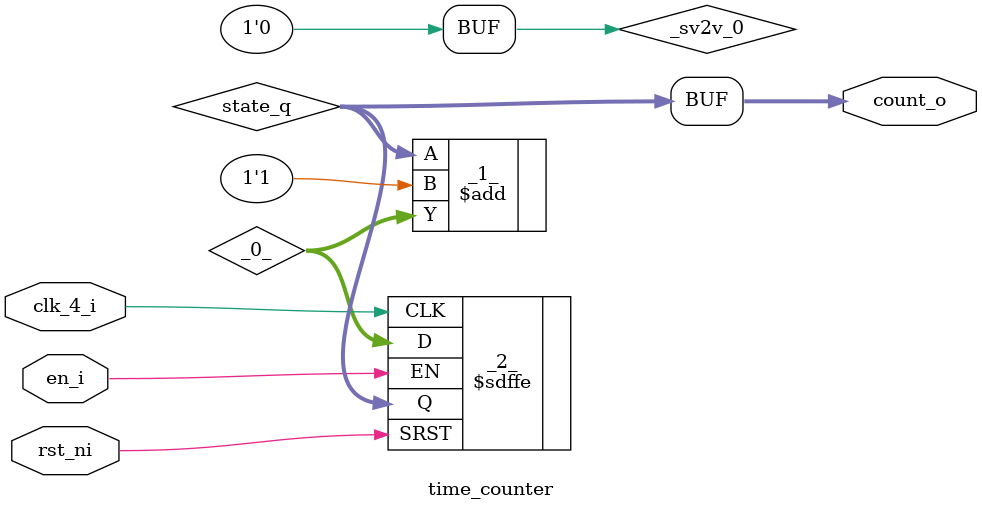
<source format=v>
/* Generated by Yosys 0.42+30 (git sha1 6c8ae44ae, clang++ 14.0.0-1ubuntu1.1 -fPIC -Os) */

module basys3_7seg_driver(clk_1k_i, rst_ni, digit0_en_i, digit0_i, digit1_en_i, digit1_i, digit2_en_i, digit2_i, digit3_en_i, digit3_i, anode_o, segments_o);
  wire _00_;
  wire _01_;
  wire _02_;
  wire _03_;
  wire _04_;
  wire _05_;
  wire _06_;
  wire _07_;
  wire _08_;
  wire A;
  wire B;
  wire C;
  wire D;
  wire E;
  wire F;
  wire G;
  wire _sv2v_0;
  output [3:0] anode_o;
  wire [3:0] anode_o;
  input clk_1k_i;
  wire clk_1k_i;
  wire [3:0] digit;
  input digit0_en_i;
  wire digit0_en_i;
  input [3:0] digit0_i;
  wire [3:0] digit0_i;
  input digit1_en_i;
  wire digit1_en_i;
  input [3:0] digit1_i;
  wire [3:0] digit1_i;
  input digit2_en_i;
  wire digit2_en_i;
  input [3:0] digit2_i;
  wire [3:0] digit2_i;
  input digit3_en_i;
  wire digit3_en_i;
  input [3:0] digit3_i;
  wire [3:0] digit3_i;
  input rst_ni;
  wire rst_ni;
  output [6:0] segments_o;
  wire [6:0] segments_o;
  wire [1:0] state_d;
  wire [1:0] state_q;
  \$add  #(
    .A_SIGNED(32'd0),
    .A_WIDTH(32'd2),
    .B_SIGNED(32'd0),
    .B_WIDTH(32'd1),
    .Y_WIDTH(32'd2)
  ) _09_ (
    .A(state_q),
    .B(1'h1),
    .Y(state_d)
  );
  \$sdff  #(
    .CLK_POLARITY(32'd1),
    .SRST_POLARITY(32'd0),
    .SRST_VALUE(2'h0),
    .WIDTH(32'd2)
  ) _10_ (
    .CLK(clk_1k_i),
    .D(state_d),
    .Q(state_q),
    .SRST(rst_ni)
  );
  \$reduce_or  #(
    .A_SIGNED(32'd0),
    .A_WIDTH(32'd3),
    .Y_WIDTH(32'd1)
  ) _11_ (
    .A({ _08_, _06_, _05_ }),
    .Y(_00_)
  );
  \$reduce_or  #(
    .A_SIGNED(32'd0),
    .A_WIDTH(32'd3),
    .Y_WIDTH(32'd1)
  ) _12_ (
    .A({ _07_, _06_, _05_ }),
    .Y(_01_)
  );
  \$reduce_or  #(
    .A_SIGNED(32'd0),
    .A_WIDTH(32'd3),
    .Y_WIDTH(32'd1)
  ) _13_ (
    .A({ _08_, _07_, _06_ }),
    .Y(_02_)
  );
  \$reduce_or  #(
    .A_SIGNED(32'd0),
    .A_WIDTH(32'd3),
    .Y_WIDTH(32'd1)
  ) _14_ (
    .A({ _08_, _07_, _05_ }),
    .Y(_03_)
  );
  \$eq  #(
    .A_SIGNED(32'd0),
    .A_WIDTH(32'd4),
    .B_SIGNED(32'd0),
    .B_WIDTH(32'd4),
    .Y_WIDTH(32'd1)
  ) _15_ (
    .A(anode_o),
    .B(4'hf),
    .Y(_04_)
  );
  \$mux  #(
    .WIDTH(32'd7)
  ) _16_ (
    .A({ A, B, C, D, E, F, G }),
    .B(7'h7f),
    .S(_04_),
    .Y(segments_o)
  );
  \$pmux  #(
    .S_WIDTH(32'd2),
    .WIDTH(32'd1)
  ) _17_ (
    .A(1'hx),
    .B({ digit2_en_i, 1'h1 }),
    .S({ _06_, _03_ }),
    .Y(anode_o[2])
  );
  \$eq  #(
    .A_SIGNED(32'd0),
    .A_WIDTH(32'd2),
    .B_SIGNED(32'd0),
    .B_WIDTH(32'd2),
    .Y_WIDTH(32'd1)
  ) _18_ (
    .A(state_q),
    .B(2'h3),
    .Y(_05_)
  );
  \$eq  #(
    .A_SIGNED(32'd0),
    .A_WIDTH(32'd2),
    .B_SIGNED(32'd0),
    .B_WIDTH(32'd2),
    .Y_WIDTH(32'd1)
  ) _19_ (
    .A(state_q),
    .B(2'h2),
    .Y(_06_)
  );
  \$eq  #(
    .A_SIGNED(32'd0),
    .A_WIDTH(32'd2),
    .B_SIGNED(32'd0),
    .B_WIDTH(32'd1),
    .Y_WIDTH(32'd1)
  ) _20_ (
    .A(state_q),
    .B(1'h1),
    .Y(_07_)
  );
  \$logic_not  #(
    .A_SIGNED(32'd0),
    .A_WIDTH(32'd2),
    .Y_WIDTH(32'd1)
  ) _21_ (
    .A(state_q),
    .Y(_08_)
  );
  \$pmux  #(
    .S_WIDTH(32'd2),
    .WIDTH(32'd1)
  ) _22_ (
    .A(1'hx),
    .B({ digit1_en_i, 1'h1 }),
    .S({ _07_, _00_ }),
    .Y(anode_o[1])
  );
  \$pmux  #(
    .S_WIDTH(32'd2),
    .WIDTH(32'd1)
  ) _23_ (
    .A(1'hx),
    .B({ 1'h1, digit3_en_i }),
    .S({ _02_, _05_ }),
    .Y(anode_o[3])
  );
  \$pmux  #(
    .S_WIDTH(32'd4),
    .WIDTH(32'd4)
  ) _24_ (
    .A(4'hx),
    .B({ digit0_i, digit1_i, digit2_i, digit3_i }),
    .S({ _08_, _07_, _06_, _05_ }),
    .Y(digit)
  );
  \$pmux  #(
    .S_WIDTH(32'd2),
    .WIDTH(32'd1)
  ) _25_ (
    .A(1'hx),
    .B({ digit0_en_i, 1'h1 }),
    .S({ _08_, _01_ }),
    .Y(anode_o[0])
  );
  hex7seg hex7seg (
    .A(A),
    .B(B),
    .C(C),
    .D(D),
    .E(E),
    .F(F),
    .G(G),
    .d0(digit[0]),
    .d1(digit[1]),
    .d2(digit[2]),
    .d3(digit[3])
  );
  assign _sv2v_0 = 1'h0;
endmodule

module clk_100M_to_clk_1k(clk_100M_i, clk_1k_o);
  wire [17:0] _0_;
  wire _1_;
  input clk_100M_i;
  wire clk_100M_i;
  output clk_1k_o;
  wire clk_1k_o;
  wire clk_d;
  wire clk_q;
  wire [17:0] counter_q;
  \$add  #(
    .A_SIGNED(32'd0),
    .A_WIDTH(32'd18),
    .B_SIGNED(32'd0),
    .B_WIDTH(32'd1),
    .Y_WIDTH(32'd18)
  ) _2_ (
    .A(counter_q),
    .B(1'h1),
    .Y(_0_)
  );
  \$sdff  #(
    .CLK_POLARITY(32'd1),
    .SRST_POLARITY(32'd1),
    .SRST_VALUE(18'h00000),
    .WIDTH(32'd18)
  ) _3_ (
    .CLK(clk_100M_i),
    .D(_0_),
    .Q(counter_q),
    .SRST(_1_)
  );
  \$eq  #(
    .A_SIGNED(32'd0),
    .A_WIDTH(32'd18),
    .B_SIGNED(32'd0),
    .B_WIDTH(32'd17),
    .Y_WIDTH(32'd1)
  ) _4_ (
    .A(counter_q),
    .B(17'h1869f),
    .Y(_1_)
  );
  \$gt  #(
    .A_SIGNED(32'd0),
    .A_WIDTH(32'd18),
    .B_SIGNED(32'd0),
    .B_WIDTH(32'd16),
    .Y_WIDTH(32'd1)
  ) _5_ (
    .A(counter_q),
    .B(16'hc350),
    .Y(clk_d)
  );
  \$dff  #(
    .CLK_POLARITY(1'h1),
    .WIDTH(32'd1)
  ) clk_q_reg /* _6_ */ (
    .CLK(clk_100M_i),
    .D(clk_d),
    .Q(clk_q)
  );
  assign clk_1k_o = clk_q;
endmodule

module clk_100M_to_clk_4(clk_100M_i, clk_4_o);
  wire [25:0] _0_;
  wire _1_;
  input clk_100M_i;
  wire clk_100M_i;
  output clk_4_o;
  wire clk_4_o;
  wire clk_d;
  wire clk_q;
  wire [25:0] counter_q;
  \$add  #(
    .A_SIGNED(32'd0),
    .A_WIDTH(32'd26),
    .B_SIGNED(32'd0),
    .B_WIDTH(32'd1),
    .Y_WIDTH(32'd26)
  ) _2_ (
    .A(counter_q),
    .B(1'h1),
    .Y(_0_)
  );
  \$sdff  #(
    .CLK_POLARITY(32'd1),
    .SRST_POLARITY(32'd1),
    .SRST_VALUE(26'h0000000),
    .WIDTH(32'd26)
  ) _3_ (
    .CLK(clk_100M_i),
    .D(_0_),
    .Q(counter_q),
    .SRST(_1_)
  );
  \$eq  #(
    .A_SIGNED(32'd0),
    .A_WIDTH(32'd26),
    .B_SIGNED(32'd0),
    .B_WIDTH(32'd25),
    .Y_WIDTH(32'd1)
  ) _4_ (
    .A(counter_q),
    .B(25'h17d783f),
    .Y(_1_)
  );
  \$gt  #(
    .A_SIGNED(32'd0),
    .A_WIDTH(32'd26),
    .B_SIGNED(32'd0),
    .B_WIDTH(32'd24),
    .Y_WIDTH(32'd1)
  ) _5_ (
    .A(counter_q),
    .B(24'hbebc20),
    .Y(clk_d)
  );
  \$dff  #(
    .CLK_POLARITY(1'h1),
    .WIDTH(32'd1)
  ) clk_q_reg /* _6_ */ (
    .CLK(clk_100M_i),
    .D(clk_d),
    .Q(clk_q)
  );
  assign clk_4_o = clk_q;
endmodule

module game_counter(clk_4_i, rst_ni, en_i, count_o);
  wire [31:0] _0_;
  wire _sv2v_0;
  input clk_4_i;
  wire clk_4_i;
  output [4:0] count_o;
  wire [4:0] count_o;
  input en_i;
  wire en_i;
  input rst_ni;
  wire rst_ni;
  wire [4:0] state_q;
  \$sdffe  #(
    .CLK_POLARITY(32'd1),
    .EN_POLARITY(32'd1),
    .SRST_POLARITY(32'd0),
    .SRST_VALUE(5'h1f),
    .WIDTH(32'd5)
  ) _1_ (
    .CLK(clk_4_i),
    .D(_0_[4:0]),
    .EN(en_i),
    .Q(state_q),
    .SRST(rst_ni)
  );
  \$sub  #(
    .A_SIGNED(32'd0),
    .A_WIDTH(32'd5),
    .B_SIGNED(32'd0),
    .B_WIDTH(32'd1),
    .Y_WIDTH(32'd5)
  ) _2_ (
    .A(state_q),
    .B(1'h1),
    .Y(_0_[4:0])
  );
  assign _sv2v_0 = 1'h0;
  assign count_o = state_q;
endmodule

module hex7seg(d3, d2, d1, d0, A, B, C, D, E, F, G);
  output A;
  wire A;
  output B;
  wire B;
  output C;
  wire C;
  output D;
  wire D;
  output E;
  wire E;
  output F;
  wire F;
  output G;
  wire G;
  wire _sv2v_0;
  input d0;
  wire d0;
  input d1;
  wire d1;
  input d2;
  wire d2;
  input d3;
  wire d3;
  wire [3:0] digits;
  reg [6:0] _0_ [15:0];
  initial begin
    _0_[0] = 7'h40;
    _0_[1] = 7'h79;
    _0_[2] = 7'h24;
    _0_[3] = 7'h30;
    _0_[4] = 7'h19;
    _0_[5] = 7'h12;
    _0_[6] = 7'h02;
    _0_[7] = 7'h78;
    _0_[8] = 7'h00;
    _0_[9] = 7'h10;
    _0_[10] = 7'h08;
    _0_[11] = 7'h03;
    _0_[12] = 7'h46;
    _0_[13] = 7'h21;
    _0_[14] = 7'h06;
    _0_[15] = 7'h0e;
  end
  assign { A, B, C, D, E, F, G } = _0_[{ d3, d2, d1, d0 }];
  assign _sv2v_0 = 1'h0;
  assign digits = { d3, d2, d1, d0 };
endmodule

module led_shifter(clk_i, rst_ni, shift_i, switches_i, load_i, off_i, leds_o);
  wire _0_;
  wire _1_;
  wire [15:0] _2_;
  wire [15:0] _3_;
  wire _sv2v_0;
  input clk_i;
  wire clk_i;
  output [15:0] leds_o;
  wire [15:0] leds_o;
  input load_i;
  wire load_i;
  input off_i;
  wire off_i;
  input rst_ni;
  wire rst_ni;
  input shift_i;
  wire shift_i;
  wire [15:0] state;
  input [15:0] switches_i;
  wire [15:0] switches_i;
  \$sdffe  #(
    .CLK_POLARITY(32'd1),
    .EN_POLARITY(32'd1),
    .SRST_POLARITY(32'd0),
    .SRST_VALUE(16'h0000),
    .WIDTH(32'd16)
  ) _4_ (
    .CLK(clk_i),
    .D(_3_),
    .EN(_0_),
    .Q(state),
    .SRST(rst_ni)
  );
  \$reduce_bool  #(
    .A_SIGNED(32'd0),
    .A_WIDTH(32'd2),
    .Y_WIDTH(32'd1)
  ) _5_ (
    .A({ load_i, shift_i }),
    .Y(_0_)
  );
  \$pmux  #(
    .S_WIDTH(32'd2),
    .WIDTH(32'd16)
  ) _6_ (
    .A(16'hxxxx),
    .B({ state, 16'h0000 }),
    .S({ _1_, off_i }),
    .Y(leds_o)
  );
  \$not  #(
    .A_SIGNED(32'd0),
    .A_WIDTH(32'd1),
    .Y_WIDTH(32'd1)
  ) _7_ (
    .A(off_i),
    .Y(_1_)
  );
  \$mux  #(
    .WIDTH(32'd16)
  ) _8_ (
    .A(16'hxxxx),
    .B(switches_i),
    .S(load_i),
    .Y(_2_)
  );
  \$mux  #(
    .WIDTH(32'd16)
  ) _9_ (
    .A(_2_),
    .B({ state[14:0], 1'h1 }),
    .S(shift_i),
    .Y(_3_)
  );
  assign _sv2v_0 = 1'h0;
endmodule

module lfsr(clk_i, rst_ni, next_i, rand_o);
  wire _0_;
  wire _1_;
  wire _2_;
  input clk_i;
  wire clk_i;
  input next_i;
  wire next_i;
  output [4:0] rand_o;
  wire [4:0] rand_o;
  input rst_ni;
  wire rst_ni;
  wire [7:0] state;
  \$sdffe  #(
    .CLK_POLARITY(32'd1),
    .EN_POLARITY(32'd1),
    .SRST_POLARITY(32'd0),
    .SRST_VALUE(8'h01),
    .WIDTH(32'd8)
  ) _3_ (
    .CLK(clk_i),
    .D({ state[6:0], _2_ }),
    .EN(next_i),
    .Q(state),
    .SRST(rst_ni)
  );
  \$xor  #(
    .A_SIGNED(32'd0),
    .A_WIDTH(32'd1),
    .B_SIGNED(32'd0),
    .B_WIDTH(32'd1),
    .Y_WIDTH(32'd1)
  ) _4_ (
    .A(state[0]),
    .B(state[5]),
    .Y(_0_)
  );
  \$xor  #(
    .A_SIGNED(32'd0),
    .A_WIDTH(32'd1),
    .B_SIGNED(32'd0),
    .B_WIDTH(32'd1),
    .Y_WIDTH(32'd1)
  ) _5_ (
    .A(_0_),
    .B(state[6]),
    .Y(_1_)
  );
  \$xor  #(
    .A_SIGNED(32'd0),
    .A_WIDTH(32'd1),
    .B_SIGNED(32'd0),
    .B_WIDTH(32'd1),
    .Y_WIDTH(32'd1)
  ) _6_ (
    .A(_1_),
    .B(state[7]),
    .Y(_2_)
  );
  assign rand_o = state[4:0];
endmodule

module stop_it(rst_ni, clk_4_i, go_i, stop_i, load_i, switches_i, leds_o, digit0_en_o, digit0_o, digit1_en_o, digit1_o, digit2_en_o, digit2_o, digit3_en_o, digit3_o);
  wire _00_;
  wire _01_;
  wire [1:0] _02_;
  wire _03_;
  wire _04_;
  wire _05_;
  wire [2:0] _06_;
  wire _07_;
  wire [4:0] _08_;
  wire _09_;
  wire [4:0] _10_;
  wire _11_;
  wire [2:0] _12_;
  wire _13_;
  wire [2:0] _14_;
  wire _15_;
  wire _16_;
  wire _17_;
  wire _18_;
  wire _19_;
  wire _20_;
  wire _21_;
  wire _22_;
  wire _23_;
  wire _24_;
  wire _25_;
  wire _26_;
  wire _27_;
  wire _28_;
  wire _29_;
  wire _30_;
  wire _31_;
  wire _32_;
  wire _33_;
  wire _34_;
  wire _35_;
  wire _36_;
  wire _37_;
  wire _38_;
  wire _39_;
  wire _40_;
  wire _sv2v_0;
  input clk_4_i;
  wire clk_4_i;
  output digit0_en_o;
  wire digit0_en_o;
  output [3:0] digit0_o;
  wire [3:0] digit0_o;
  output digit1_en_o;
  wire digit1_en_o;
  output [3:0] digit1_o;
  wire [3:0] digit1_o;
  output digit2_en_o;
  wire digit2_en_o;
  output [3:0] digit2_o;
  wire [3:0] digit2_o;
  output digit3_en_o;
  wire digit3_en_o;
  output [3:0] digit3_o;
  wire [3:0] digit3_o;
  wire flashing;
  wire gameEn;
  wire gameRes;
  wire [4:0] gameVal;
  input go_i;
  wire go_i;
  wire [15:0] ledVal;
  output [15:0] leds_o;
  wire [15:0] leds_o;
  input load_i;
  wire load_i;
  wire [4:0] randVal;
  input rst_ni;
  wire rst_ni;
  wire scoreIncrement;
  wire shift;
  wire [2:0] state_d;
  wire [4:0] state_q;
  input stop_i;
  wire stop_i;
  input [15:0] switches_i;
  wire [15:0] switches_i;
  wire timeEn;
  wire timeRes;
  wire [4:0] timerVal;
  \$sdff  #(
    .CLK_POLARITY(32'd1),
    .SRST_POLARITY(32'd0),
    .SRST_VALUE(3'h0),
    .WIDTH(32'd3)
  ) _41_ (
    .CLK(clk_4_i),
    .D(state_d),
    .Q(state_q[2:0]),
    .SRST(rst_ni)
  );
  \$reduce_or  #(
    .A_SIGNED(32'd0),
    .A_WIDTH(32'd2),
    .Y_WIDTH(32'd1)
  ) _42_ (
    .A({ _23_, _21_ }),
    .Y(_15_)
  );
  \$reduce_or  #(
    .A_SIGNED(32'd0),
    .A_WIDTH(32'd5),
    .Y_WIDTH(32'd1)
  ) _43_ (
    .A({ _26_, _25_, _24_, _23_, _21_ }),
    .Y(_16_)
  );
  \$eq  #(
    .A_SIGNED(32'd0),
    .A_WIDTH(32'd5),
    .B_SIGNED(32'd0),
    .B_WIDTH(32'd4),
    .Y_WIDTH(32'd1)
  ) _44_ (
    .A(timerVal),
    .B(4'h8),
    .Y(_17_)
  );
  \$eq  #(
    .A_SIGNED(32'd0),
    .A_WIDTH(32'd5),
    .B_SIGNED(32'd0),
    .B_WIDTH(32'd5),
    .Y_WIDTH(32'd1)
  ) _45_ (
    .A(randVal),
    .B(gameVal),
    .Y(_18_)
  );
  \$eq  #(
    .A_SIGNED(32'd0),
    .A_WIDTH(32'd5),
    .B_SIGNED(32'd0),
    .B_WIDTH(32'd5),
    .Y_WIDTH(32'd1)
  ) _46_ (
    .A(timerVal),
    .B(5'h10),
    .Y(_19_)
  );
  \$eq  #(
    .A_SIGNED(32'd0),
    .A_WIDTH(32'd16),
    .B_SIGNED(32'd0),
    .B_WIDTH(32'd16),
    .Y_WIDTH(32'd1)
  ) _47_ (
    .A(ledVal),
    .B(16'hffff),
    .Y(_20_)
  );
  \$eq  #(
    .A_SIGNED(32'd0),
    .A_WIDTH(32'd3),
    .B_SIGNED(32'd0),
    .B_WIDTH(32'd3),
    .Y_WIDTH(32'd1)
  ) _48_ (
    .A(state_q[2:0]),
    .B(3'h5),
    .Y(_21_)
  );
  \$logic_not  #(
    .A_SIGNED(32'd0),
    .A_WIDTH(32'd5),
    .Y_WIDTH(32'd1)
  ) _49_ (
    .A({ 2'h0, state_q[2:0] }),
    .Y(_22_)
  );
  \$eq  #(
    .A_SIGNED(32'd0),
    .A_WIDTH(32'd3),
    .B_SIGNED(32'd0),
    .B_WIDTH(32'd3),
    .Y_WIDTH(32'd1)
  ) _50_ (
    .A(state_q[2:0]),
    .B(3'h1),
    .Y(_23_)
  );
  \$eq  #(
    .A_SIGNED(32'd0),
    .A_WIDTH(32'd3),
    .B_SIGNED(32'd0),
    .B_WIDTH(32'd3),
    .Y_WIDTH(32'd1)
  ) _51_ (
    .A(state_q[2:0]),
    .B(3'h2),
    .Y(_24_)
  );
  \$eq  #(
    .A_SIGNED(32'd0),
    .A_WIDTH(32'd3),
    .B_SIGNED(32'd0),
    .B_WIDTH(32'd3),
    .Y_WIDTH(32'd1)
  ) _52_ (
    .A(state_q[2:0]),
    .B(3'h3),
    .Y(_25_)
  );
  \$eq  #(
    .A_SIGNED(32'd0),
    .A_WIDTH(32'd3),
    .B_SIGNED(32'd0),
    .B_WIDTH(32'd3),
    .Y_WIDTH(32'd1)
  ) _53_ (
    .A(state_q[2:0]),
    .B(3'h4),
    .Y(_26_)
  );
  \$logic_and  #(
    .A_SIGNED(32'd0),
    .A_WIDTH(32'd1),
    .B_SIGNED(32'd0),
    .B_WIDTH(32'd1),
    .Y_WIDTH(32'd1)
  ) _54_ (
    .A(flashing),
    .B(timerVal[0]),
    .Y(_27_)
  );
  \$logic_and  #(
    .A_SIGNED(32'd0),
    .A_WIDTH(32'd1),
    .B_SIGNED(32'd0),
    .B_WIDTH(32'd1),
    .Y_WIDTH(32'd1)
  ) _55_ (
    .A(_25_),
    .B(timerVal[0]),
    .Y(_28_)
  );
  \$logic_and  #(
    .A_SIGNED(32'd0),
    .A_WIDTH(32'd1),
    .B_SIGNED(32'd0),
    .B_WIDTH(32'd1),
    .Y_WIDTH(32'd1)
  ) _56_ (
    .A(_26_),
    .B(timerVal[0]),
    .Y(_29_)
  );
  \$logic_and  #(
    .A_SIGNED(32'd0),
    .A_WIDTH(32'd1),
    .B_SIGNED(32'd0),
    .B_WIDTH(32'd1),
    .Y_WIDTH(32'd1)
  ) _57_ (
    .A(_26_),
    .B(_31_),
    .Y(_30_)
  );
  \$logic_not  #(
    .A_SIGNED(32'd0),
    .A_WIDTH(32'd1),
    .Y_WIDTH(32'd1)
  ) _58_ (
    .A(_36_),
    .Y(digit0_en_o)
  );
  \$logic_not  #(
    .A_SIGNED(32'd0),
    .A_WIDTH(32'd1),
    .Y_WIDTH(32'd1)
  ) _59_ (
    .A(timerVal[0]),
    .Y(_31_)
  );
  \$logic_not  #(
    .A_SIGNED(32'd0),
    .A_WIDTH(32'd1),
    .Y_WIDTH(32'd1)
  ) _60_ (
    .A(_38_),
    .Y(digit3_en_o)
  );
  \$or  #(
    .A_SIGNED(32'd0),
    .A_WIDTH(32'd1),
    .B_SIGNED(32'd0),
    .B_WIDTH(32'd1),
    .Y_WIDTH(32'd1)
  ) _61_ (
    .A(_22_),
    .B(_23_),
    .Y(_32_)
  );
  \$or  #(
    .A_SIGNED(32'd0),
    .A_WIDTH(32'd1),
    .B_SIGNED(32'd0),
    .B_WIDTH(32'd1),
    .Y_WIDTH(32'd1)
  ) _62_ (
    .A(_32_),
    .B(_24_),
    .Y(_33_)
  );
  \$or  #(
    .A_SIGNED(32'd0),
    .A_WIDTH(32'd1),
    .B_SIGNED(32'd0),
    .B_WIDTH(32'd1),
    .Y_WIDTH(32'd1)
  ) _63_ (
    .A(_33_),
    .B(_28_),
    .Y(_34_)
  );
  \$or  #(
    .A_SIGNED(32'd0),
    .A_WIDTH(32'd1),
    .B_SIGNED(32'd0),
    .B_WIDTH(32'd1),
    .Y_WIDTH(32'd1)
  ) _64_ (
    .A(_34_),
    .B(_29_),
    .Y(_35_)
  );
  \$or  #(
    .A_SIGNED(32'd0),
    .A_WIDTH(32'd1),
    .B_SIGNED(32'd0),
    .B_WIDTH(32'd1),
    .Y_WIDTH(32'd1)
  ) _65_ (
    .A(_35_),
    .B(_21_),
    .Y(_36_)
  );
  \$or  #(
    .A_SIGNED(32'd0),
    .A_WIDTH(32'd1),
    .B_SIGNED(32'd0),
    .B_WIDTH(32'd1),
    .Y_WIDTH(32'd1)
  ) _66_ (
    .A(_40_),
    .B(_30_),
    .Y(_37_)
  );
  \$or  #(
    .A_SIGNED(32'd0),
    .A_WIDTH(32'd1),
    .B_SIGNED(32'd0),
    .B_WIDTH(32'd1),
    .Y_WIDTH(32'd1)
  ) _67_ (
    .A(_37_),
    .B(_21_),
    .Y(_38_)
  );
  \$or  #(
    .A_SIGNED(32'd0),
    .A_WIDTH(32'd1),
    .B_SIGNED(32'd0),
    .B_WIDTH(32'd1),
    .Y_WIDTH(32'd1)
  ) _68_ (
    .A(_23_),
    .B(_24_),
    .Y(_39_)
  );
  \$or  #(
    .A_SIGNED(32'd0),
    .A_WIDTH(32'd1),
    .B_SIGNED(32'd0),
    .B_WIDTH(32'd1),
    .Y_WIDTH(32'd1)
  ) _69_ (
    .A(_39_),
    .B(_28_),
    .Y(_40_)
  );
  \$mux  #(
    .WIDTH(32'd1)
  ) _70_ (
    .A(1'h0),
    .B(1'h1),
    .S(_21_),
    .Y(flashing)
  );
  \$mux  #(
    .WIDTH(32'd3)
  ) _71_ (
    .A(3'h0),
    .B(3'h5),
    .S(_20_),
    .Y(_14_)
  );
  \$mux  #(
    .WIDTH(32'd1)
  ) _72_ (
    .A(1'h1),
    .B(1'h0),
    .S(_20_),
    .Y(_07_)
  );
  \$mux  #(
    .WIDTH(32'd1)
  ) _73_ (
    .A(1'h0),
    .B(1'h1),
    .S(_20_),
    .Y(_13_)
  );
  \$mux  #(
    .WIDTH(32'd1)
  ) _74_ (
    .A(1'h0),
    .B(_07_),
    .S(_19_),
    .Y(_05_)
  );
  \$mux  #(
    .WIDTH(32'd1)
  ) _75_ (
    .A(1'h1),
    .B(_13_),
    .S(_19_),
    .Y(_11_)
  );
  \$mux  #(
    .WIDTH(32'd3)
  ) _76_ (
    .A(3'h3),
    .B(_14_),
    .S(_19_),
    .Y(_12_)
  );
  \$mux  #(
    .WIDTH(32'd3)
  ) _77_ (
    .A(3'h4),
    .B(3'h0),
    .S(_19_),
    .Y(_10_[2:0])
  );
  \$mux  #(
    .WIDTH(32'd1)
  ) _78_ (
    .A(1'h1),
    .B(1'h0),
    .S(_19_),
    .Y(_09_)
  );
  \$mux  #(
    .WIDTH(32'd3)
  ) _79_ (
    .A(3'h4),
    .B(3'h3),
    .S(_18_),
    .Y(_08_[2:0])
  );
  \$mux  #(
    .WIDTH(32'd1)
  ) _80_ (
    .A(1'h1),
    .B(1'h0),
    .S(stop_i),
    .Y(_00_)
  );
  \$mux  #(
    .WIDTH(32'd1)
  ) _81_ (
    .A(1'h0),
    .B(1'h1),
    .S(stop_i),
    .Y(_03_)
  );
  \$mux  #(
    .WIDTH(32'd3)
  ) _82_ (
    .A(3'h2),
    .B(_08_[2:0]),
    .S(stop_i),
    .Y(_06_)
  );
  \$mux  #(
    .WIDTH(32'd2)
  ) _83_ (
    .A(2'h1),
    .B(2'h2),
    .S(_17_),
    .Y(_02_)
  );
  \$mux  #(
    .WIDTH(32'd1)
  ) _84_ (
    .A(1'h1),
    .B(1'h0),
    .S(_17_),
    .Y(_04_)
  );
  \$mux  #(
    .WIDTH(32'd1)
  ) _85_ (
    .A(1'h0),
    .B(1'h1),
    .S(go_i),
    .Y(_01_)
  );
  \$pmux  #(
    .S_WIDTH(32'd5),
    .WIDTH(32'd1)
  ) _86_ (
    .A(1'h0),
    .B({ _01_, _03_, _09_, _11_, 1'h1 }),
    .S({ _22_, _24_, _26_, _25_, _15_ }),
    .Y(timeEn)
  );
  \$pmux  #(
    .S_WIDTH(32'd4),
    .WIDTH(32'd1)
  ) _87_ (
    .A(1'h1),
    .B({ _01_, _04_, _09_, _11_ }),
    .S({ _22_, _23_, _26_, _25_ }),
    .Y(timeRes)
  );
  \$pmux  #(
    .S_WIDTH(32'd6),
    .WIDTH(32'd3)
  ) _88_ (
    .A(3'h0),
    .B({ 2'h0, _01_, 1'h0, _02_, _06_, _10_[2:0], _12_, 3'h5 }),
    .S({ _22_, _23_, _24_, _26_, _25_, _21_ }),
    .Y(state_d)
  );
  \$mux  #(
    .WIDTH(32'd1)
  ) _89_ (
    .A(1'h1),
    .B(1'h0),
    .S(_22_),
    .Y(gameRes)
  );
  \$mux  #(
    .WIDTH(32'd1)
  ) _90_ (
    .A(1'h0),
    .B(_05_),
    .S(_25_),
    .Y(scoreIncrement)
  );
  \$mux  #(
    .WIDTH(32'd1)
  ) _91_ (
    .A(1'h1),
    .B(1'h0),
    .S(_16_),
    .Y(shift)
  );
  \$mux  #(
    .WIDTH(32'd1)
  ) _92_ (
    .A(1'h0),
    .B(_00_),
    .S(_24_),
    .Y(gameEn)
  );
  game_counter game_counter (
    .clk_4_i(clk_4_i),
    .count_o(gameVal),
    .en_i(gameEn),
    .rst_ni(gameRes)
  );
  led_shifter led_shifter (
    .clk_i(clk_4_i),
    .leds_o(ledVal),
    .load_i(load_i),
    .off_i(_27_),
    .rst_ni(rst_ni),
    .shift_i(scoreIncrement),
    .switches_i(switches_i)
  );
  lfsr lfsr (
    .clk_i(clk_4_i),
    .next_i(shift),
    .rand_o(randVal),
    .rst_ni(rst_ni)
  );
  time_counter time_counter (
    .clk_4_i(clk_4_i),
    .count_o(timerVal),
    .en_i(timeEn),
    .rst_ni(timeRes)
  );
  assign _08_[4:3] = 2'h0;
  assign _10_[4:3] = 2'h0;
  assign _sv2v_0 = 1'h0;
  assign digit0_o = gameVal[3:0];
  assign digit1_en_o = digit0_en_o;
  assign digit1_o = { 3'h0, gameVal[4] };
  assign digit2_en_o = digit3_en_o;
  assign digit2_o = randVal[3:0];
  assign digit3_o = { 3'h0, randVal[4] };
  assign leds_o = ledVal;
  assign state_q[4:3] = 2'h0;
endmodule

module synchronizer(clk_sample_i, clk_target_i, async_data_i, sync_data_o);
  wire _00_;
  wire _01_;
  wire _02_;
  wire _03_;
  wire _04_;
  wire _sv2v_0;
  input [3:0] async_data_i;
  wire [3:0] async_data_i;
  input clk_sample_i;
  wire clk_sample_i;
  wire clk_target_edge;
  input clk_target_i;
  wire clk_target_i;
  wire clk_target_q1;
  wire clk_target_q2;
  wire [31:0] \sv2v_autoblock_1.i ;
  output [3:0] sync_data_o;
  wire [3:0] sync_data_o;
  wire [3:0] sync_data_q;
  \$dffe  #(
    .CLK_POLARITY(32'd1),
    .EN_POLARITY(32'd1),
    .WIDTH(32'd1)
  ) \sync_data_q_reg[0]  /* _05_ */ (
    .CLK(clk_sample_i),
    .D(async_data_i[0]),
    .EN(_01_),
    .Q(sync_data_q[0])
  );
  \$dffe  #(
    .CLK_POLARITY(32'd1),
    .EN_POLARITY(32'd1),
    .WIDTH(32'd1)
  ) \sync_data_q_reg[1]  /* _06_ */ (
    .CLK(clk_sample_i),
    .D(async_data_i[1]),
    .EN(_02_),
    .Q(sync_data_q[1])
  );
  \$dffe  #(
    .CLK_POLARITY(32'd1),
    .EN_POLARITY(32'd1),
    .WIDTH(32'd1)
  ) \sync_data_q_reg[2]  /* _07_ */ (
    .CLK(clk_sample_i),
    .D(async_data_i[2]),
    .EN(_03_),
    .Q(sync_data_q[2])
  );
  \$dffe  #(
    .CLK_POLARITY(32'd1),
    .EN_POLARITY(32'd1),
    .WIDTH(32'd1)
  ) \sync_data_q_reg[3]  /* _08_ */ (
    .CLK(clk_sample_i),
    .D(async_data_i[3]),
    .EN(_04_),
    .Q(sync_data_q[3])
  );
  \$logic_and  #(
    .A_SIGNED(32'd0),
    .A_WIDTH(32'd1),
    .B_SIGNED(32'd0),
    .B_WIDTH(32'd1),
    .Y_WIDTH(32'd1)
  ) _09_ (
    .A(clk_target_q1),
    .B(_00_),
    .Y(clk_target_edge)
  );
  \$logic_not  #(
    .A_SIGNED(32'd0),
    .A_WIDTH(32'd1),
    .Y_WIDTH(32'd1)
  ) _10_ (
    .A(clk_target_q2),
    .Y(_00_)
  );
  \$logic_or  #(
    .A_SIGNED(32'd0),
    .A_WIDTH(32'd1),
    .B_SIGNED(32'd0),
    .B_WIDTH(32'd1),
    .Y_WIDTH(32'd1)
  ) _11_ (
    .A(clk_target_edge),
    .B(async_data_i[0]),
    .Y(_01_)
  );
  \$logic_or  #(
    .A_SIGNED(32'd0),
    .A_WIDTH(32'd1),
    .B_SIGNED(32'd0),
    .B_WIDTH(32'd1),
    .Y_WIDTH(32'd1)
  ) _12_ (
    .A(clk_target_edge),
    .B(async_data_i[1]),
    .Y(_02_)
  );
  \$logic_or  #(
    .A_SIGNED(32'd0),
    .A_WIDTH(32'd1),
    .B_SIGNED(32'd0),
    .B_WIDTH(32'd1),
    .Y_WIDTH(32'd1)
  ) _13_ (
    .A(clk_target_edge),
    .B(async_data_i[2]),
    .Y(_03_)
  );
  \$logic_or  #(
    .A_SIGNED(32'd0),
    .A_WIDTH(32'd1),
    .B_SIGNED(32'd0),
    .B_WIDTH(32'd1),
    .Y_WIDTH(32'd1)
  ) _14_ (
    .A(clk_target_edge),
    .B(async_data_i[3]),
    .Y(_04_)
  );
  \$dff  #(
    .CLK_POLARITY(1'h1),
    .WIDTH(32'd1)
  ) clk_target_q1_reg /* _15_ */ (
    .CLK(clk_sample_i),
    .D(clk_target_i),
    .Q(clk_target_q1)
  );
  \$dff  #(
    .CLK_POLARITY(1'h1),
    .WIDTH(32'd1)
  ) clk_target_q2_reg /* _16_ */ (
    .CLK(clk_sample_i),
    .D(clk_target_q1),
    .Q(clk_target_q2)
  );
  assign _sv2v_0 = 1'h0;
  assign \sv2v_autoblock_1.i  = 32'd4;
  assign sync_data_o = sync_data_q;
endmodule

module time_counter(clk_4_i, rst_ni, en_i, count_o);
  wire [4:0] _0_;
  wire _sv2v_0;
  input clk_4_i;
  wire clk_4_i;
  output [4:0] count_o;
  wire [4:0] count_o;
  input en_i;
  wire en_i;
  input rst_ni;
  wire rst_ni;
  wire [4:0] state_q;
  \$add  #(
    .A_SIGNED(32'd0),
    .A_WIDTH(32'd5),
    .B_SIGNED(32'd0),
    .B_WIDTH(32'd1),
    .Y_WIDTH(32'd5)
  ) _1_ (
    .A(state_q),
    .B(1'h1),
    .Y(_0_)
  );
  \$sdffe  #(
    .CLK_POLARITY(32'd1),
    .EN_POLARITY(32'd1),
    .SRST_POLARITY(32'd0),
    .SRST_VALUE(5'h00),
    .WIDTH(32'd5)
  ) _2_ (
    .CLK(clk_4_i),
    .D(_0_),
    .EN(en_i),
    .Q(state_q),
    .SRST(rst_ni)
  );
  assign _sv2v_0 = 1'h0;
  assign count_o = state_q;
endmodule

</source>
